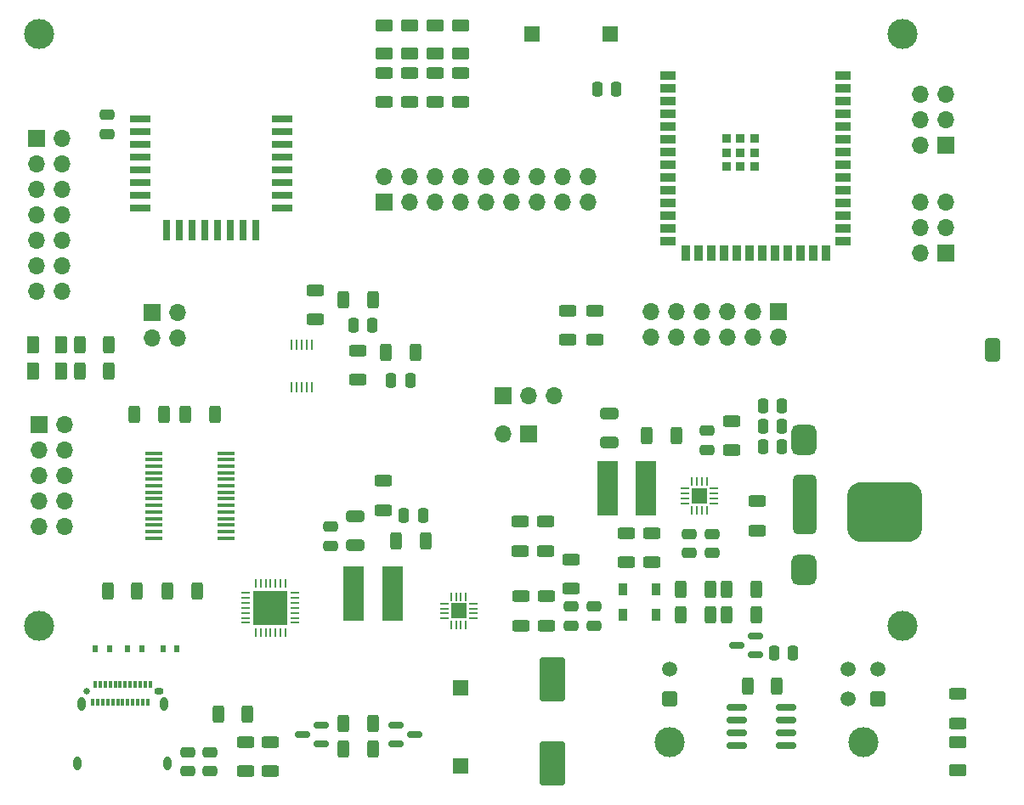
<source format=gts>
%TF.GenerationSoftware,KiCad,Pcbnew,(6.0.9-0)*%
%TF.CreationDate,2023-01-05T01:08:25+08:00*%
%TF.ProjectId,pippino_board,70697070-696e-46f5-9f62-6f6172642e6b,rev?*%
%TF.SameCoordinates,Original*%
%TF.FileFunction,Soldermask,Top*%
%TF.FilePolarity,Negative*%
%FSLAX46Y46*%
G04 Gerber Fmt 4.6, Leading zero omitted, Abs format (unit mm)*
G04 Created by KiCad (PCBNEW (6.0.9-0)) date 2023-01-05 01:08:25*
%MOMM*%
%LPD*%
G01*
G04 APERTURE LIST*
G04 Aperture macros list*
%AMRoundRect*
0 Rectangle with rounded corners*
0 $1 Rounding radius*
0 $2 $3 $4 $5 $6 $7 $8 $9 X,Y pos of 4 corners*
0 Add a 4 corners polygon primitive as box body*
4,1,4,$2,$3,$4,$5,$6,$7,$8,$9,$2,$3,0*
0 Add four circle primitives for the rounded corners*
1,1,$1+$1,$2,$3*
1,1,$1+$1,$4,$5*
1,1,$1+$1,$6,$7*
1,1,$1+$1,$8,$9*
0 Add four rect primitives between the rounded corners*
20,1,$1+$1,$2,$3,$4,$5,0*
20,1,$1+$1,$4,$5,$6,$7,0*
20,1,$1+$1,$6,$7,$8,$9,0*
20,1,$1+$1,$8,$9,$2,$3,0*%
G04 Aperture macros list end*
%ADD10R,2.150000X5.500000*%
%ADD11RoundRect,0.625000X0.625000X0.875000X-0.625000X0.875000X-0.625000X-0.875000X0.625000X-0.875000X0*%
%ADD12RoundRect,0.605188X0.605187X2.394812X-0.605187X2.394812X-0.605187X-2.394812X0.605187X-2.394812X0*%
%ADD13RoundRect,0.378000X0.378000X-0.818500X0.378000X0.818500X-0.378000X0.818500X-0.378000X-0.818500X0*%
%ADD14RoundRect,1.250000X2.250000X-1.250000X2.250000X1.250000X-2.250000X1.250000X-2.250000X-1.250000X0*%
%ADD15RoundRect,1.500000X2.250000X-1.500000X2.250000X1.500000X-2.250000X1.500000X-2.250000X-1.500000X0*%
%ADD16RoundRect,0.250000X0.625000X-0.312500X0.625000X0.312500X-0.625000X0.312500X-0.625000X-0.312500X0*%
%ADD17RoundRect,0.250000X0.312500X0.625000X-0.312500X0.625000X-0.312500X-0.625000X0.312500X-0.625000X0*%
%ADD18RoundRect,0.250000X-0.312500X-0.625000X0.312500X-0.625000X0.312500X0.625000X-0.312500X0.625000X0*%
%ADD19RoundRect,0.250000X-0.375000X-0.625000X0.375000X-0.625000X0.375000X0.625000X-0.375000X0.625000X0*%
%ADD20R,1.750000X0.450000*%
%ADD21RoundRect,0.250000X-0.625000X0.375000X-0.625000X-0.375000X0.625000X-0.375000X0.625000X0.375000X0*%
%ADD22RoundRect,0.250000X0.625000X-0.375000X0.625000X0.375000X-0.625000X0.375000X-0.625000X-0.375000X0*%
%ADD23RoundRect,0.250000X0.250000X0.475000X-0.250000X0.475000X-0.250000X-0.475000X0.250000X-0.475000X0*%
%ADD24C,3.000000*%
%ADD25R,0.600000X0.700000*%
%ADD26RoundRect,0.250000X-0.475000X0.250000X-0.475000X-0.250000X0.475000X-0.250000X0.475000X0.250000X0*%
%ADD27RoundRect,0.062500X0.062500X-0.375000X0.062500X0.375000X-0.062500X0.375000X-0.062500X-0.375000X0*%
%ADD28RoundRect,0.062500X0.375000X-0.062500X0.375000X0.062500X-0.375000X0.062500X-0.375000X-0.062500X0*%
%ADD29R,1.500000X1.500000*%
%ADD30R,0.250000X1.100000*%
%ADD31RoundRect,0.250001X0.499999X0.499999X-0.499999X0.499999X-0.499999X-0.499999X0.499999X-0.499999X0*%
%ADD32C,1.500000*%
%ADD33RoundRect,0.150000X0.587500X0.150000X-0.587500X0.150000X-0.587500X-0.150000X0.587500X-0.150000X0*%
%ADD34R,1.700000X1.700000*%
%ADD35O,1.700000X1.700000*%
%ADD36R,0.900000X1.200000*%
%ADD37RoundRect,0.250000X-1.000000X1.950000X-1.000000X-1.950000X1.000000X-1.950000X1.000000X1.950000X0*%
%ADD38RoundRect,0.250000X0.475000X-0.250000X0.475000X0.250000X-0.475000X0.250000X-0.475000X-0.250000X0*%
%ADD39RoundRect,0.250000X-0.250000X-0.475000X0.250000X-0.475000X0.250000X0.475000X-0.250000X0.475000X0*%
%ADD40RoundRect,0.150000X-0.587500X-0.150000X0.587500X-0.150000X0.587500X0.150000X-0.587500X0.150000X0*%
%ADD41RoundRect,0.250000X0.650000X-0.325000X0.650000X0.325000X-0.650000X0.325000X-0.650000X-0.325000X0*%
%ADD42RoundRect,0.250000X-0.625000X0.312500X-0.625000X-0.312500X0.625000X-0.312500X0.625000X0.312500X0*%
%ADD43RoundRect,0.062500X-0.337500X-0.062500X0.337500X-0.062500X0.337500X0.062500X-0.337500X0.062500X0*%
%ADD44RoundRect,0.062500X-0.062500X-0.337500X0.062500X-0.337500X0.062500X0.337500X-0.062500X0.337500X0*%
%ADD45R,3.350000X3.350000*%
%ADD46R,1.500000X0.900000*%
%ADD47R,0.900000X1.500000*%
%ADD48R,0.900000X0.900000*%
%ADD49C,0.650000*%
%ADD50O,0.950000X0.650000*%
%ADD51R,0.300000X0.700000*%
%ADD52O,0.800000X1.400000*%
%ADD53RoundRect,0.150000X-0.825000X-0.150000X0.825000X-0.150000X0.825000X0.150000X-0.825000X0.150000X0*%
%ADD54R,2.000000X0.700000*%
%ADD55R,0.700000X2.000000*%
G04 APERTURE END LIST*
D10*
X164425000Y-129250000D03*
X160575000Y-129250000D03*
X139175000Y-139750000D03*
X135325000Y-139750000D03*
D11*
X180200000Y-137400000D03*
D12*
X180239625Y-130900000D03*
D11*
X180200000Y-124400000D03*
D13*
X198944000Y-115453500D03*
D14*
X188450000Y-131650000D03*
D15*
X188200000Y-131650000D03*
D16*
X138250000Y-131462500D03*
X138250000Y-128537500D03*
D17*
X110912500Y-117590000D03*
X107987500Y-117590000D03*
D18*
X134287500Y-155250000D03*
X137212500Y-155250000D03*
D19*
X103381250Y-117590000D03*
X106181250Y-117590000D03*
D20*
X122600000Y-134225000D03*
X122600000Y-133575000D03*
X122600000Y-132925000D03*
X122600000Y-132275000D03*
X122600000Y-131625000D03*
X122600000Y-130975000D03*
X122600000Y-130325000D03*
X122600000Y-129675000D03*
X122600000Y-129025000D03*
X122600000Y-128375000D03*
X122600000Y-127725000D03*
X122600000Y-127075000D03*
X122600000Y-126425000D03*
X122600000Y-125775000D03*
X115400000Y-125775000D03*
X115400000Y-126425000D03*
X115400000Y-127075000D03*
X115400000Y-127725000D03*
X115400000Y-128375000D03*
X115400000Y-129025000D03*
X115400000Y-129675000D03*
X115400000Y-130325000D03*
X115400000Y-130975000D03*
X115400000Y-131625000D03*
X115400000Y-132275000D03*
X115400000Y-132925000D03*
X115400000Y-133575000D03*
X115400000Y-134225000D03*
D19*
X103381250Y-115000000D03*
X106181250Y-115000000D03*
D21*
X143440000Y-83100000D03*
X143440000Y-85900000D03*
D22*
X195500000Y-157400000D03*
X195500000Y-154600000D03*
D17*
X110912500Y-115000000D03*
X107987500Y-115000000D03*
D23*
X177984000Y-125104000D03*
X176084000Y-125104000D03*
D24*
X190000000Y-84000000D03*
D25*
X117700000Y-145250000D03*
X116300000Y-145250000D03*
D18*
X164537500Y-124000000D03*
X167462500Y-124000000D03*
D16*
X124500000Y-157500000D03*
X124500000Y-154575000D03*
D26*
X118750000Y-155587500D03*
X118750000Y-157487500D03*
D16*
X157000000Y-139262500D03*
X157000000Y-136337500D03*
D18*
X134287500Y-152710000D03*
X137212500Y-152710000D03*
D27*
X169000000Y-131437500D03*
X169500000Y-131437500D03*
X170000000Y-131437500D03*
X170500000Y-131437500D03*
D28*
X171187500Y-130750000D03*
X171187500Y-130250000D03*
X171187500Y-129750000D03*
X171187500Y-129250000D03*
D27*
X170500000Y-128562500D03*
X170000000Y-128562500D03*
X169500000Y-128562500D03*
X169000000Y-128562500D03*
D28*
X168312500Y-129250000D03*
X168312500Y-129750000D03*
X168312500Y-130250000D03*
X168312500Y-130750000D03*
D29*
X169750000Y-130000000D03*
D30*
X131109000Y-114927000D03*
X130609000Y-114927000D03*
X130109000Y-114927000D03*
X129609000Y-114927000D03*
X129109000Y-114927000D03*
X129109000Y-119227000D03*
X129609000Y-119227000D03*
X130109000Y-119227000D03*
X130609000Y-119227000D03*
X131109000Y-119227000D03*
D16*
X154462000Y-135534500D03*
X154462000Y-132609500D03*
D23*
X179100000Y-145700000D03*
X177200000Y-145700000D03*
D26*
X170500000Y-123550000D03*
X170500000Y-125450000D03*
D24*
X104000000Y-84000000D03*
X186050000Y-154620000D03*
D31*
X187550000Y-150300000D03*
D32*
X184550000Y-150300000D03*
X187550000Y-147300000D03*
X184550000Y-147300000D03*
D17*
X121478500Y-121872000D03*
X118553500Y-121872000D03*
D33*
X175365500Y-145866000D03*
X175365500Y-143966000D03*
X173490500Y-144916000D03*
D34*
X177600000Y-111625000D03*
D35*
X177600000Y-114165000D03*
X175060000Y-111625000D03*
X175060000Y-114165000D03*
X172520000Y-111625000D03*
X172520000Y-114165000D03*
X169980000Y-111625000D03*
X169980000Y-114165000D03*
X167440000Y-111625000D03*
X167440000Y-114165000D03*
X164900000Y-111625000D03*
X164900000Y-114165000D03*
D24*
X166808000Y-154620000D03*
D31*
X166808000Y-150300000D03*
D32*
X166808000Y-147300000D03*
D21*
X140900000Y-83100000D03*
X140900000Y-85900000D03*
D18*
X121787500Y-151750000D03*
X124712500Y-151750000D03*
D36*
X162110000Y-141868000D03*
X165410000Y-141868000D03*
D37*
X155124000Y-148336000D03*
X155124000Y-156736000D03*
D24*
X190000000Y-143000000D03*
D38*
X157000000Y-142950000D03*
X157000000Y-141050000D03*
D18*
X113473500Y-121872000D03*
X116398500Y-121872000D03*
D39*
X139050000Y-118500000D03*
X140950000Y-118500000D03*
D18*
X134296000Y-110473000D03*
X137221000Y-110473000D03*
D24*
X104000000Y-143000000D03*
D40*
X139512500Y-152850000D03*
X139512500Y-154750000D03*
X141387500Y-153800000D03*
D17*
X141462500Y-115750000D03*
X138537500Y-115750000D03*
D25*
X112800000Y-145250000D03*
X114200000Y-145250000D03*
D41*
X135500000Y-134975000D03*
X135500000Y-132025000D03*
D18*
X172457500Y-139328000D03*
X175382500Y-139328000D03*
D34*
X104000000Y-122920000D03*
D35*
X106540000Y-122920000D03*
X104000000Y-125460000D03*
X106540000Y-125460000D03*
X104000000Y-128000000D03*
X106540000Y-128000000D03*
X104000000Y-130540000D03*
X106540000Y-130540000D03*
X104000000Y-133080000D03*
X106540000Y-133080000D03*
D23*
X161450000Y-89500000D03*
X159550000Y-89500000D03*
D17*
X170810500Y-141868000D03*
X167885500Y-141868000D03*
D34*
X150225000Y-120000000D03*
D35*
X152765000Y-120000000D03*
X155305000Y-120000000D03*
D34*
X138340000Y-100725000D03*
D35*
X138340000Y-98185000D03*
X140880000Y-100725000D03*
X140880000Y-98185000D03*
X143420000Y-100725000D03*
X143420000Y-98185000D03*
X145960000Y-100725000D03*
X145960000Y-98185000D03*
X148500000Y-100725000D03*
X148500000Y-98185000D03*
X151040000Y-100725000D03*
X151040000Y-98185000D03*
X153580000Y-100725000D03*
X153580000Y-98185000D03*
X156120000Y-100725000D03*
X156120000Y-98185000D03*
X158660000Y-100725000D03*
X158660000Y-98185000D03*
D34*
X194275000Y-105800000D03*
D35*
X191735000Y-105800000D03*
X194275000Y-103260000D03*
X191735000Y-103260000D03*
X194275000Y-100720000D03*
X191735000Y-100720000D03*
D16*
X131440500Y-112443500D03*
X131440500Y-109518500D03*
X151922000Y-135534500D03*
X151922000Y-132609500D03*
D21*
X138360000Y-83100000D03*
X138360000Y-85900000D03*
D16*
X173000000Y-125462500D03*
X173000000Y-122537500D03*
D42*
X165000000Y-133737500D03*
X165000000Y-136662500D03*
D16*
X127000000Y-157500000D03*
X127000000Y-154575000D03*
D18*
X172457500Y-141868000D03*
X175382500Y-141868000D03*
D34*
X115250000Y-111750000D03*
D35*
X117790000Y-111750000D03*
X115250000Y-114290000D03*
X117790000Y-114290000D03*
D16*
X143440000Y-90752500D03*
X143440000Y-87827500D03*
D29*
X160900000Y-84000000D03*
X153100000Y-84000000D03*
D38*
X133000000Y-135000000D03*
X133000000Y-133100000D03*
D16*
X152000000Y-142962500D03*
X152000000Y-140037500D03*
X156650000Y-114462500D03*
X156650000Y-111537500D03*
D18*
X110787500Y-139500000D03*
X113712500Y-139500000D03*
D16*
X140900000Y-90752500D03*
X140900000Y-87827500D03*
D41*
X160750000Y-124725000D03*
X160750000Y-121775000D03*
D43*
X124580000Y-139684000D03*
X124580000Y-140184000D03*
X124580000Y-140684000D03*
X124580000Y-141184000D03*
X124580000Y-141684000D03*
X124580000Y-142184000D03*
X124580000Y-142684000D03*
D44*
X125530000Y-143634000D03*
X126030000Y-143634000D03*
X126530000Y-143634000D03*
X127030000Y-143634000D03*
X127530000Y-143634000D03*
X128030000Y-143634000D03*
X128530000Y-143634000D03*
D43*
X129480000Y-142684000D03*
X129480000Y-142184000D03*
X129480000Y-141684000D03*
X129480000Y-141184000D03*
X129480000Y-140684000D03*
X129480000Y-140184000D03*
X129480000Y-139684000D03*
D44*
X128530000Y-138734000D03*
X128030000Y-138734000D03*
X127530000Y-138734000D03*
X127030000Y-138734000D03*
X126530000Y-138734000D03*
X126030000Y-138734000D03*
X125530000Y-138734000D03*
D45*
X127030000Y-141184000D03*
D46*
X166590000Y-88090000D03*
X166590000Y-89360000D03*
X166590000Y-90630000D03*
X166590000Y-91900000D03*
X166590000Y-93170000D03*
X166590000Y-94440000D03*
X166590000Y-95710000D03*
X166590000Y-96980000D03*
X166590000Y-98250000D03*
X166590000Y-99520000D03*
X166590000Y-100790000D03*
X166590000Y-102060000D03*
X166590000Y-103330000D03*
X166590000Y-104600000D03*
D47*
X168355000Y-105850000D03*
X169625000Y-105850000D03*
X170895000Y-105850000D03*
X172165000Y-105850000D03*
X173435000Y-105850000D03*
X174705000Y-105850000D03*
X175975000Y-105850000D03*
X177245000Y-105850000D03*
X178515000Y-105850000D03*
X179785000Y-105850000D03*
X181055000Y-105850000D03*
X182325000Y-105850000D03*
D46*
X184090000Y-104600000D03*
X184090000Y-103330000D03*
X184090000Y-102060000D03*
X184090000Y-100790000D03*
X184090000Y-99520000D03*
X184090000Y-98250000D03*
X184090000Y-96980000D03*
X184090000Y-95710000D03*
X184090000Y-94440000D03*
X184090000Y-93170000D03*
X184090000Y-91900000D03*
X184090000Y-90630000D03*
X184090000Y-89360000D03*
X184090000Y-88090000D03*
D48*
X173840000Y-94410000D03*
X172440000Y-95810000D03*
X175240000Y-95810000D03*
X173840000Y-97210000D03*
X175240000Y-97210000D03*
X173840000Y-95810000D03*
X172440000Y-97210000D03*
X172440000Y-94410000D03*
X175240000Y-94410000D03*
D16*
X135750000Y-118462500D03*
X135750000Y-115537500D03*
D39*
X140300000Y-132000000D03*
X142200000Y-132000000D03*
D16*
X154500000Y-142962500D03*
X154500000Y-140037500D03*
D18*
X139537500Y-134500000D03*
X142462500Y-134500000D03*
D38*
X110774000Y-93950000D03*
X110774000Y-92050000D03*
D17*
X119712500Y-139500000D03*
X116787500Y-139500000D03*
D38*
X159250000Y-142950000D03*
X159250000Y-141050000D03*
D23*
X177984000Y-123072000D03*
X176084000Y-123072000D03*
D18*
X167885500Y-139328000D03*
X170810500Y-139328000D03*
D26*
X168750000Y-133800000D03*
X168750000Y-135700000D03*
D49*
X108698000Y-149524000D03*
D50*
X115898000Y-149524000D03*
D51*
X109548000Y-148864000D03*
X110048000Y-148864000D03*
X110548000Y-148864000D03*
X111048000Y-148864000D03*
X111548000Y-148864000D03*
X112048000Y-148864000D03*
X112548000Y-148864000D03*
X113048000Y-148864000D03*
X113548000Y-148864000D03*
X114048000Y-148864000D03*
X114548000Y-148864000D03*
X115048000Y-148864000D03*
X114798000Y-150564000D03*
X114298000Y-150564000D03*
X113798000Y-150564000D03*
X113298000Y-150564000D03*
X112798000Y-150564000D03*
X112298000Y-150564000D03*
X111798000Y-150564000D03*
X111298000Y-150564000D03*
X110798000Y-150564000D03*
X110298000Y-150564000D03*
X109798000Y-150564000D03*
X109298000Y-150564000D03*
D52*
X116788000Y-156724000D03*
X107808000Y-156724000D03*
X108168000Y-150774000D03*
X116428000Y-150774000D03*
D23*
X177984000Y-121040000D03*
X176084000Y-121040000D03*
D53*
X173477000Y-151139000D03*
X173477000Y-152409000D03*
X173477000Y-153679000D03*
X173477000Y-154949000D03*
X178427000Y-154949000D03*
X178427000Y-153679000D03*
X178427000Y-152409000D03*
X178427000Y-151139000D03*
D21*
X145980000Y-83100000D03*
X145980000Y-85900000D03*
D26*
X121000000Y-155587500D03*
X121000000Y-157487500D03*
D27*
X145000000Y-142937500D03*
X145500000Y-142937500D03*
X146000000Y-142937500D03*
X146500000Y-142937500D03*
D28*
X147187500Y-142250000D03*
X147187500Y-141750000D03*
X147187500Y-141250000D03*
X147187500Y-140750000D03*
D27*
X146500000Y-140062500D03*
X146000000Y-140062500D03*
X145500000Y-140062500D03*
X145000000Y-140062500D03*
D28*
X144312500Y-140750000D03*
X144312500Y-141250000D03*
X144312500Y-141750000D03*
X144312500Y-142250000D03*
D29*
X145750000Y-141500000D03*
D34*
X194275000Y-95025000D03*
D35*
X191735000Y-95025000D03*
X194275000Y-92485000D03*
X191735000Y-92485000D03*
X194275000Y-89945000D03*
X191735000Y-89945000D03*
D25*
X110966000Y-145248000D03*
X109566000Y-145248000D03*
D16*
X145980000Y-90752500D03*
X145980000Y-87827500D03*
D33*
X132087500Y-154750000D03*
X132087500Y-152850000D03*
X130212500Y-153800000D03*
D42*
X195500000Y-149787500D03*
X195500000Y-152712500D03*
D34*
X103725000Y-94375000D03*
D35*
X106265000Y-94375000D03*
X103725000Y-96915000D03*
X106265000Y-96915000D03*
X103725000Y-99455000D03*
X106265000Y-99455000D03*
X103725000Y-101995000D03*
X106265000Y-101995000D03*
X103725000Y-104535000D03*
X106265000Y-104535000D03*
X103725000Y-107075000D03*
X106265000Y-107075000D03*
X103725000Y-109615000D03*
X106265000Y-109615000D03*
D23*
X137155000Y-113013000D03*
X135255000Y-113013000D03*
D16*
X159350000Y-114462500D03*
X159350000Y-111537500D03*
D34*
X152750000Y-123810000D03*
D35*
X150210000Y-123810000D03*
D16*
X175500000Y-133462500D03*
X175500000Y-130537500D03*
X138360000Y-90752500D03*
X138360000Y-87827500D03*
D54*
X114036400Y-92410400D03*
X114036400Y-93680400D03*
X114036400Y-94950400D03*
X114036400Y-96220400D03*
X114036400Y-97490400D03*
X114036400Y-98760400D03*
X114036400Y-100030400D03*
X114036400Y-101300400D03*
D55*
X116626400Y-103560400D03*
X117896400Y-103560400D03*
X119166400Y-103560400D03*
X120436400Y-103560400D03*
X121706400Y-103560400D03*
X122976400Y-103560400D03*
X124246400Y-103560400D03*
X125516400Y-103560400D03*
D54*
X128136400Y-101300400D03*
X128136400Y-100030400D03*
X128136400Y-98760400D03*
X128136400Y-97490400D03*
X128136400Y-96220400D03*
X128136400Y-94950400D03*
X128136400Y-93680400D03*
X128136400Y-92410400D03*
D36*
X162110000Y-139328000D03*
X165410000Y-139328000D03*
D16*
X162450000Y-136662500D03*
X162450000Y-133737500D03*
D29*
X145980000Y-149144000D03*
X145980000Y-156944000D03*
D18*
X174537500Y-149000000D03*
X177462500Y-149000000D03*
D26*
X171000000Y-133800000D03*
X171000000Y-135700000D03*
M02*

</source>
